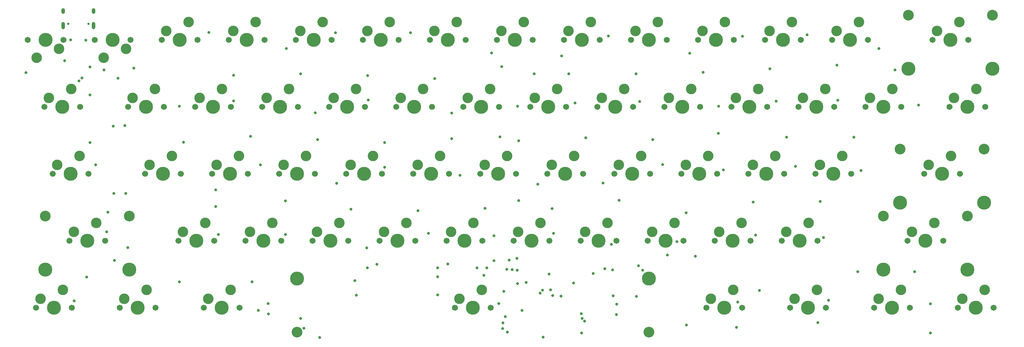
<source format=gbr>
G04 #@! TF.GenerationSoftware,KiCad,Pcbnew,8.0.7*
G04 #@! TF.CreationDate,2024-12-21T11:45:03-05:00*
G04 #@! TF.ProjectId,PCB-Sch,5043422d-5363-4682-9e6b-696361645f70,rev?*
G04 #@! TF.SameCoordinates,Original*
G04 #@! TF.FileFunction,Soldermask,Top*
G04 #@! TF.FilePolarity,Negative*
%FSLAX46Y46*%
G04 Gerber Fmt 4.6, Leading zero omitted, Abs format (unit mm)*
G04 Created by KiCad (PCBNEW 8.0.7) date 2024-12-21 11:45:03*
%MOMM*%
%LPD*%
G01*
G04 APERTURE LIST*
%ADD10C,1.701800*%
%ADD11C,3.000000*%
%ADD12C,3.987800*%
%ADD13C,3.048000*%
%ADD14C,0.650000*%
%ADD15O,1.000000X1.600000*%
%ADD16O,1.000000X2.100000*%
%ADD17C,0.800000*%
G04 APERTURE END LIST*
D10*
X159126250Y-130333750D03*
D11*
X156586250Y-125253750D03*
D12*
X154046250Y-130333750D03*
D11*
X150236250Y-127793750D03*
D10*
X148966250Y-130333750D03*
X342482500Y-149383750D03*
D11*
X339942500Y-144303750D03*
D12*
X337402500Y-149383750D03*
D11*
X333592500Y-146843750D03*
D10*
X332322500Y-149383750D03*
X254376250Y-130333750D03*
D11*
X251836250Y-125253750D03*
D12*
X249296250Y-130333750D03*
D11*
X245486250Y-127793750D03*
D10*
X244216250Y-130333750D03*
X302001250Y-111283750D03*
D11*
X299461250Y-106203750D03*
D12*
X296921250Y-111283750D03*
D11*
X293111250Y-108743750D03*
D10*
X291841250Y-111283750D03*
X230563750Y-73183750D03*
D11*
X228023750Y-68103750D03*
D12*
X225483750Y-73183750D03*
D11*
X221673750Y-70643750D03*
D10*
X220403750Y-73183750D03*
X173413750Y-73183750D03*
D11*
X170873750Y-68103750D03*
D12*
X168333750Y-73183750D03*
D11*
X164523750Y-70643750D03*
D10*
X163253750Y-73183750D03*
X235326250Y-130333750D03*
D11*
X232786250Y-125253750D03*
D12*
X230246250Y-130333750D03*
D11*
X226436250Y-127793750D03*
D10*
X225166250Y-130333750D03*
X128170000Y-149383750D03*
D11*
X125630000Y-144303750D03*
D12*
X123090000Y-149383750D03*
D11*
X119280000Y-146843750D03*
D10*
X118010000Y-149383750D03*
X154363750Y-73183750D03*
D11*
X151823750Y-68103750D03*
D12*
X149283750Y-73183750D03*
D11*
X145473750Y-70643750D03*
D10*
X144203750Y-73183750D03*
X116263750Y-73183750D03*
D11*
X113723750Y-68103750D03*
D12*
X111183750Y-73183750D03*
D11*
X107373750Y-70643750D03*
D10*
X106103750Y-73183750D03*
D12*
X335053000Y-138588750D03*
D13*
X335053000Y-123348750D03*
D10*
X328195000Y-130333750D03*
D11*
X325655000Y-125253750D03*
D12*
X323115000Y-130333750D03*
D11*
X319305000Y-127793750D03*
D10*
X318035000Y-130333750D03*
D12*
X311177000Y-138588750D03*
D13*
X311177000Y-123348750D03*
D10*
X282951250Y-111283750D03*
D11*
X280411250Y-106203750D03*
D12*
X277871250Y-111283750D03*
D11*
X274061250Y-108743750D03*
D10*
X272791250Y-111283750D03*
D12*
X96869250Y-138588750D03*
D13*
X96869250Y-123348750D03*
D10*
X90011250Y-130333750D03*
D11*
X87471250Y-125253750D03*
D12*
X84931250Y-130333750D03*
D11*
X81121250Y-127793750D03*
D10*
X79851250Y-130333750D03*
D12*
X72993250Y-138588750D03*
D13*
X72993250Y-123348750D03*
D10*
X216276250Y-130333750D03*
D11*
X213736250Y-125253750D03*
D12*
X211196250Y-130333750D03*
D11*
X207386250Y-127793750D03*
D10*
X206116250Y-130333750D03*
X271045000Y-149383750D03*
D11*
X268505000Y-144303750D03*
D12*
X265965000Y-149383750D03*
D11*
X262155000Y-146843750D03*
D10*
X260885000Y-149383750D03*
X85307500Y-111283750D03*
D11*
X82767500Y-106203750D03*
D12*
X80227500Y-111283750D03*
D11*
X76417500Y-108743750D03*
D10*
X75147500Y-111283750D03*
X182938750Y-92233750D03*
D11*
X180398750Y-87153750D03*
D12*
X177858750Y-92233750D03*
D11*
X174048750Y-89693750D03*
D10*
X172778750Y-92233750D03*
X192463750Y-73183750D03*
D11*
X189923750Y-68103750D03*
D12*
X187383750Y-73183750D03*
D11*
X183573750Y-70643750D03*
D10*
X182303750Y-73183750D03*
X259138750Y-92233750D03*
D11*
X256598750Y-87153750D03*
D12*
X254058750Y-92233750D03*
D11*
X250248750Y-89693750D03*
D10*
X248978750Y-92233750D03*
X340101250Y-92233750D03*
D11*
X337561250Y-87153750D03*
D12*
X335021250Y-92233750D03*
D11*
X331211250Y-89693750D03*
D10*
X329941250Y-92233750D03*
X306763750Y-73183750D03*
D11*
X304223750Y-68103750D03*
D12*
X301683750Y-73183750D03*
D11*
X297873750Y-70643750D03*
D10*
X296603750Y-73183750D03*
X178176250Y-130333750D03*
D11*
X175636250Y-125253750D03*
D12*
X173096250Y-130333750D03*
D11*
X169286250Y-127793750D03*
D10*
X168016250Y-130333750D03*
X130551250Y-111283750D03*
D11*
X128011250Y-106203750D03*
D12*
X125471250Y-111283750D03*
D11*
X121661250Y-108743750D03*
D10*
X120391250Y-111283750D03*
X106738750Y-92233750D03*
D11*
X104198750Y-87153750D03*
D12*
X101658750Y-92233750D03*
D11*
X97848750Y-89693750D03*
D10*
X96578750Y-92233750D03*
X263901250Y-111283750D03*
D11*
X261361250Y-106203750D03*
D12*
X258821250Y-111283750D03*
D11*
X255011250Y-108743750D03*
D10*
X253741250Y-111283750D03*
X225801250Y-111283750D03*
D11*
X223261250Y-106203750D03*
D12*
X220721250Y-111283750D03*
D11*
X216911250Y-108743750D03*
D10*
X215641250Y-111283750D03*
X297238750Y-92233750D03*
D11*
X294698750Y-87153750D03*
D12*
X292158750Y-92233750D03*
D11*
X288348750Y-89693750D03*
D10*
X287078750Y-92233750D03*
X294857500Y-149383750D03*
D11*
X292317500Y-144303750D03*
D12*
X289777500Y-149383750D03*
D11*
X285967500Y-146843750D03*
D10*
X284697500Y-149383750D03*
X221038750Y-92233750D03*
D11*
X218498750Y-87153750D03*
D12*
X215958750Y-92233750D03*
D11*
X212148750Y-89693750D03*
D10*
X210878750Y-92233750D03*
X292476250Y-130333750D03*
D11*
X289936250Y-125253750D03*
D12*
X287396250Y-130333750D03*
D11*
X283586250Y-127793750D03*
D10*
X282316250Y-130333750D03*
X121026250Y-130333750D03*
D11*
X118486250Y-125253750D03*
D12*
X115946250Y-130333750D03*
D11*
X112136250Y-127793750D03*
D10*
X110866250Y-130333750D03*
X87053750Y-73183750D03*
D11*
X89593750Y-78263750D03*
D12*
X92133750Y-73183750D03*
D11*
X95943750Y-75723750D03*
D10*
X97213750Y-73183750D03*
X68003750Y-73183750D03*
D11*
X70543750Y-78263750D03*
D12*
X73083750Y-73183750D03*
D11*
X76893750Y-75723750D03*
D10*
X78163750Y-73183750D03*
D12*
X342196750Y-81438750D03*
D13*
X342196750Y-66198750D03*
D10*
X335338750Y-73183750D03*
D11*
X332798750Y-68103750D03*
D12*
X330258750Y-73183750D03*
D11*
X326448750Y-70643750D03*
D10*
X325178750Y-73183750D03*
D12*
X318320750Y-81438750D03*
D13*
X318320750Y-66198750D03*
D10*
X125788750Y-92233750D03*
D11*
X123248750Y-87153750D03*
D12*
X120708750Y-92233750D03*
D11*
X116898750Y-89693750D03*
D10*
X115628750Y-92233750D03*
X273426250Y-130333750D03*
D11*
X270886250Y-125253750D03*
D12*
X268346250Y-130333750D03*
D11*
X264536250Y-127793750D03*
D10*
X263266250Y-130333750D03*
X187701250Y-111283750D03*
D11*
X185161250Y-106203750D03*
D12*
X182621250Y-111283750D03*
D11*
X178811250Y-108743750D03*
D10*
X177541250Y-111283750D03*
X249613750Y-73183750D03*
D11*
X247073750Y-68103750D03*
D12*
X244533750Y-73183750D03*
D11*
X240723750Y-70643750D03*
D10*
X239453750Y-73183750D03*
X135313750Y-73183750D03*
D11*
X132773750Y-68103750D03*
D12*
X130233750Y-73183750D03*
D11*
X126423750Y-70643750D03*
D10*
X125153750Y-73183750D03*
X240088750Y-92233750D03*
D11*
X237548750Y-87153750D03*
D12*
X235008750Y-92233750D03*
D11*
X231198750Y-89693750D03*
D10*
X229928750Y-92233750D03*
X82926250Y-92233750D03*
D11*
X80386250Y-87153750D03*
D12*
X77846250Y-92233750D03*
D11*
X74036250Y-89693750D03*
D10*
X72766250Y-92233750D03*
X80545000Y-149383750D03*
D11*
X78005000Y-144303750D03*
D12*
X75465000Y-149383750D03*
D11*
X71655000Y-146843750D03*
D10*
X70385000Y-149383750D03*
X318670000Y-149383750D03*
D11*
X316130000Y-144303750D03*
D12*
X313590000Y-149383750D03*
D11*
X309780000Y-146843750D03*
D10*
X308510000Y-149383750D03*
X278188750Y-92233750D03*
D11*
X275648750Y-87153750D03*
D12*
X273108750Y-92233750D03*
D11*
X269298750Y-89693750D03*
D10*
X268028750Y-92233750D03*
D14*
X79530000Y-68665000D03*
X85310000Y-68665000D03*
D15*
X78100000Y-65015000D03*
D16*
X78100000Y-69195000D03*
D15*
X86740000Y-65015000D03*
D16*
X86740000Y-69195000D03*
D10*
X104357500Y-149383750D03*
D11*
X101817500Y-144303750D03*
D12*
X99277500Y-149383750D03*
D11*
X95467500Y-146843750D03*
D10*
X94197500Y-149383750D03*
X140076250Y-130333750D03*
D11*
X137536250Y-125253750D03*
D12*
X134996250Y-130333750D03*
D11*
X131186250Y-127793750D03*
D10*
X129916250Y-130333750D03*
X163888750Y-92233750D03*
D11*
X161348750Y-87153750D03*
D12*
X158808750Y-92233750D03*
D11*
X154998750Y-89693750D03*
D10*
X153728750Y-92233750D03*
X211513750Y-73183750D03*
D11*
X208973750Y-68103750D03*
D12*
X206433750Y-73183750D03*
D11*
X202623750Y-70643750D03*
D10*
X201353750Y-73183750D03*
D12*
X339815500Y-119538750D03*
D13*
X339815500Y-104298750D03*
D10*
X332957500Y-111283750D03*
D11*
X330417500Y-106203750D03*
D12*
X327877500Y-111283750D03*
D11*
X324067500Y-108743750D03*
D10*
X322797500Y-111283750D03*
D12*
X315939500Y-119538750D03*
D13*
X315939500Y-104298750D03*
D10*
X268663750Y-73183750D03*
D11*
X266123750Y-68103750D03*
D12*
X263583750Y-73183750D03*
D11*
X259773750Y-70643750D03*
D10*
X258503750Y-73183750D03*
X244851250Y-111283750D03*
D11*
X242311250Y-106203750D03*
D12*
X239771250Y-111283750D03*
D11*
X235961250Y-108743750D03*
D10*
X234691250Y-111283750D03*
X144838750Y-92233750D03*
D11*
X142298750Y-87153750D03*
D12*
X139758750Y-92233750D03*
D11*
X135948750Y-89693750D03*
D10*
X134678750Y-92233750D03*
X111501250Y-111283750D03*
D11*
X108961250Y-106203750D03*
D12*
X106421250Y-111283750D03*
D11*
X102611250Y-108743750D03*
D10*
X101341250Y-111283750D03*
X168651250Y-111283750D03*
D11*
X166111250Y-106203750D03*
D12*
X163571250Y-111283750D03*
D11*
X159761250Y-108743750D03*
D10*
X158491250Y-111283750D03*
X149601250Y-111283750D03*
D11*
X147061250Y-106203750D03*
D12*
X144521250Y-111283750D03*
D11*
X140711250Y-108743750D03*
D10*
X139441250Y-111283750D03*
X197226250Y-130333750D03*
D11*
X194686250Y-125253750D03*
D12*
X192146250Y-130333750D03*
D11*
X188336250Y-127793750D03*
D10*
X187066250Y-130333750D03*
X201988750Y-92233750D03*
D11*
X199448750Y-87153750D03*
D12*
X196908750Y-92233750D03*
D11*
X193098750Y-89693750D03*
D10*
X191828750Y-92233750D03*
X287713750Y-73183750D03*
D11*
X285173750Y-68103750D03*
D12*
X282633750Y-73183750D03*
D11*
X278823750Y-70643750D03*
D10*
X277553750Y-73183750D03*
X316288750Y-92233750D03*
D11*
X313748750Y-87153750D03*
D12*
X311208750Y-92233750D03*
D11*
X307398750Y-89693750D03*
D10*
X306128750Y-92233750D03*
D13*
X244527500Y-156368750D03*
D12*
X244527500Y-141128750D03*
D10*
X199607500Y-149383750D03*
D11*
X197067500Y-144303750D03*
D12*
X194527500Y-149383750D03*
D11*
X190717500Y-146843750D03*
D10*
X189447500Y-149383750D03*
D13*
X144527500Y-156368750D03*
D12*
X144527500Y-141128750D03*
D10*
X206751250Y-111283750D03*
D11*
X204211250Y-106203750D03*
D12*
X201671250Y-111283750D03*
D11*
X197861250Y-108743750D03*
D10*
X196591250Y-111283750D03*
D17*
X235300000Y-151400000D03*
X235380000Y-148380000D03*
X207111600Y-138734800D03*
X216150000Y-139850000D03*
X207227500Y-142600000D03*
X85725000Y-80962500D03*
X223100000Y-142375000D03*
X214281675Y-144425000D03*
X240946250Y-146200000D03*
X225375000Y-156600000D03*
X257715000Y-134760000D03*
X205675000Y-138600000D03*
X203725000Y-151950000D03*
X209625000Y-142225000D03*
X83412500Y-84087500D03*
X216625000Y-144375000D03*
X249775000Y-134450000D03*
X211988400Y-82905600D03*
X213650000Y-145250000D03*
X98188200Y-81288200D03*
X78550000Y-79125000D03*
X92325000Y-97750000D03*
X204850000Y-135900000D03*
X202225000Y-100800000D03*
X95600000Y-97631250D03*
X207550000Y-118975000D03*
X92525000Y-116900000D03*
X95875000Y-116950000D03*
X207000000Y-135400000D03*
X204175000Y-138525000D03*
X195675000Y-138074999D03*
X92650000Y-135975000D03*
X96500000Y-132300000D03*
X202996800Y-155382500D03*
X269450000Y-155050000D03*
X80227500Y-73262500D03*
X84520000Y-73270000D03*
X234200000Y-138700000D03*
X241550000Y-137500000D03*
X228750000Y-139725000D03*
X242750000Y-138775000D03*
X219575000Y-146100000D03*
X234391200Y-146050000D03*
X255250000Y-154300000D03*
X217200000Y-145975000D03*
X136375000Y-148225000D03*
X85725000Y-88900000D03*
X214525000Y-157775000D03*
X90773250Y-122237500D03*
X90487500Y-127793750D03*
X82550000Y-84931250D03*
X136400000Y-151225000D03*
X85725000Y-102393750D03*
X87312500Y-108743750D03*
X67468750Y-82550000D03*
X84750000Y-140675000D03*
X81250000Y-147500000D03*
X122237500Y-128587500D03*
X112268000Y-102311200D03*
X93662500Y-84137500D03*
X111125000Y-142081250D03*
X89693750Y-81756250D03*
X121443750Y-120650000D03*
X145575000Y-152475000D03*
X111125000Y-92075000D03*
X150950000Y-157850000D03*
X121443750Y-115887500D03*
X141287500Y-119062500D03*
X131318000Y-100634800D03*
X134143750Y-108743750D03*
X141287500Y-128587500D03*
X133550000Y-150175000D03*
X119481600Y-71069200D03*
X126542800Y-83312000D03*
X126542800Y-90576400D03*
X146500000Y-155250000D03*
X131762500Y-142081250D03*
X150368000Y-101549200D03*
X161000000Y-141700000D03*
X141528800Y-75641200D03*
X167225000Y-137075000D03*
X145592800Y-82854800D03*
X204300000Y-156400000D03*
X164550000Y-138074999D03*
X159867600Y-121412000D03*
X149707600Y-93980000D03*
X161387500Y-145862500D03*
X164338000Y-132384800D03*
X155803600Y-114046000D03*
X155448000Y-71170800D03*
X184500000Y-138074999D03*
X169418000Y-109423200D03*
X169418000Y-102463600D03*
X187400000Y-137000000D03*
X203047600Y-153720800D03*
X178938250Y-121797750D03*
X184525000Y-140625000D03*
X164795200Y-90322400D03*
X164592000Y-83362800D03*
X184525000Y-145800000D03*
X181914800Y-128270000D03*
X197675000Y-140225000D03*
X188518800Y-94030800D03*
X200507600Y-128930400D03*
X201900000Y-148200000D03*
X190906400Y-111760000D03*
X198525001Y-138049999D03*
X200525000Y-136050000D03*
X208450000Y-150175000D03*
X176784000Y-71221600D03*
X183700750Y-84226400D03*
X197967600Y-121158000D03*
X188468000Y-101346000D03*
X199847200Y-76911200D03*
X207518000Y-101904800D03*
X217474800Y-128219200D03*
X207168750Y-92075000D03*
X202742800Y-80822800D03*
X203352400Y-144729200D03*
X213004400Y-114300000D03*
X217068400Y-121259600D03*
X219760800Y-77774800D03*
X221792800Y-82905600D03*
X223570800Y-91186000D03*
X226568000Y-101041200D03*
X231546400Y-113944400D03*
X232000000Y-138325000D03*
X236118400Y-118872000D03*
X233883200Y-131419600D03*
X240893600Y-82905600D03*
X252526800Y-130606800D03*
X233070400Y-72085200D03*
X225300000Y-151125000D03*
X241909600Y-90779600D03*
X248412000Y-108712000D03*
X255138250Y-122397850D03*
X245668800Y-101549200D03*
X265734800Y-110185200D03*
X264312400Y-99771200D03*
X274828000Y-128778000D03*
X256133600Y-77012800D03*
X264318750Y-92075000D03*
X259943600Y-82448400D03*
X274188250Y-119329200D03*
X225575000Y-152500000D03*
X271170400Y-72186800D03*
X275945600Y-144475200D03*
X280670000Y-90678000D03*
X286207200Y-109220000D03*
X269798800Y-147777200D03*
X278942800Y-81432400D03*
X283667200Y-100939600D03*
X294132000Y-129438400D03*
X226263749Y-153225000D03*
X293217600Y-119227600D03*
X298196000Y-90424000D03*
X289509200Y-71780400D03*
X292575000Y-153700000D03*
X304800000Y-110388400D03*
X303936400Y-139192000D03*
X302768000Y-100888800D03*
X295619500Y-147283500D03*
X297992800Y-80416400D03*
X314452000Y-81788000D03*
X321180000Y-91786250D03*
X320040000Y-139192000D03*
X324525000Y-156625000D03*
X309880000Y-75692000D03*
X324525000Y-148312500D03*
M02*

</source>
